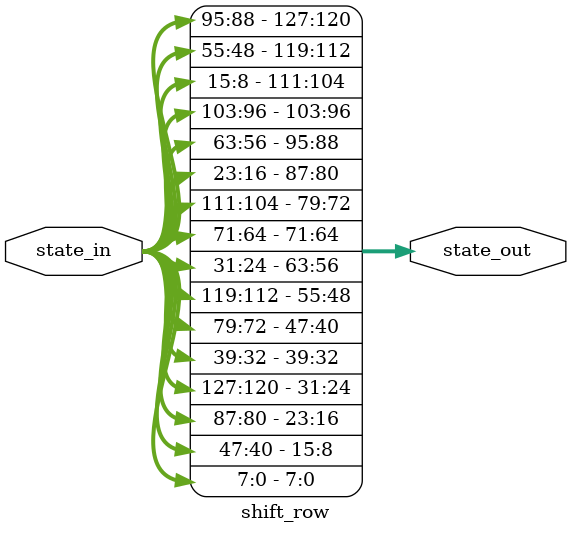
<source format=v>
`timescale 1ns / 1ps

module shift_row(
    input [127:0] state_in,   // 128-bit input state
    output [127:0] state_out  // 128-bit output state after shift rows
);

// Row 0 remains unchanged
assign state_out[7:0]   = state_in[7:0];

// Row 1: Shift left by 1 byte
assign state_out[15:8]  = state_in[47:40];
assign state_out[23:16] = state_in[87:80];
assign state_out[31:24] = state_in[127:120];

// Row 2: Shift left by 2 bytes
assign state_out[39:32] = state_in[39:32];
assign state_out[47:40] = state_in[79:72];
assign state_out[55:48] = state_in[119:112];
assign state_out[63:56] = state_in[31:24];

// Row 3: Shift left by 3 bytes
assign state_out[71:64]  = state_in[71:64];
assign state_out[79:72]  = state_in[111:104];
assign state_out[87:80]  = state_in[23:16];
assign state_out[95:88]  = state_in[63:56];

assign state_out[103:96]  = state_in[103:96];
assign state_out[111:104] = state_in[15:8];
assign state_out[119:112] = state_in[55:48];
assign state_out[127:120] = state_in[95:88];

endmodule

</source>
